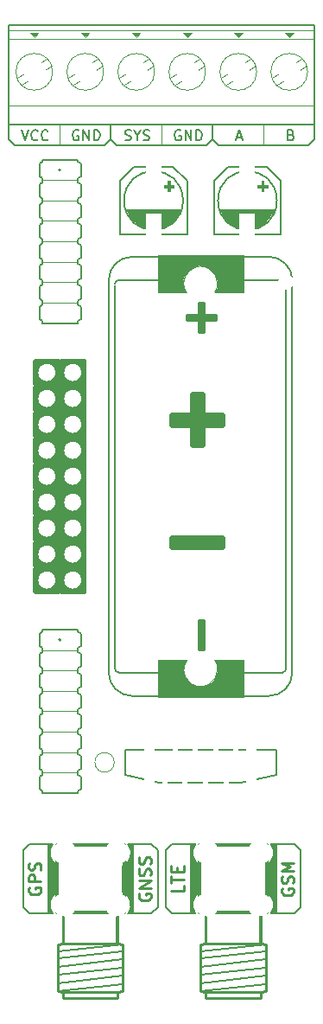
<source format=gto>
G04 #@! TF.GenerationSoftware,KiCad,Pcbnew,(5.1.9)-1*
G04 #@! TF.CreationDate,2023-01-31T21:02:21+01:00*
G04 #@! TF.ProjectId,Base,42617365-2e6b-4696-9361-645f70636258,rev?*
G04 #@! TF.SameCoordinates,PXd59f80PYd59f80*
G04 #@! TF.FileFunction,Legend,Top*
G04 #@! TF.FilePolarity,Positive*
%FSLAX46Y46*%
G04 Gerber Fmt 4.6, Leading zero omitted, Abs format (unit mm)*
G04 Created by KiCad (PCBNEW (5.1.9)-1) date 2023-01-31 21:02:21*
%MOMM*%
%LPD*%
G01*
G04 APERTURE LIST*
%ADD10C,0.500000*%
%ADD11C,0.100000*%
%ADD12C,0.150000*%
%ADD13C,0.200000*%
%ADD14C,0.400000*%
%ADD15C,0.120000*%
%ADD16C,0.250000*%
%ADD17C,0.325000*%
%ADD18C,0.300000*%
%ADD19C,0.050000*%
%ADD20C,0.220000*%
%ADD21R,1.600000X3.200000*%
%ADD22C,1.500000*%
%ADD23C,2.800000*%
%ADD24O,1.350000X1.350000*%
%ADD25C,1.350000*%
%ADD26C,1.600000*%
%ADD27C,2.300000*%
%ADD28C,2.200000*%
%ADD29C,0.350000*%
%ADD30C,1.800000*%
%ADD31R,1.000000X1.800000*%
%ADD32R,0.600000X1.800000*%
G04 APERTURE END LIST*
D10*
G36*
X22000000Y-50000000D02*
G01*
X17000000Y-50000000D01*
X17000000Y-49000000D01*
X22000000Y-49000000D01*
X22000000Y-50000000D01*
G37*
X22000000Y-50000000D02*
X17000000Y-50000000D01*
X17000000Y-49000000D01*
X22000000Y-49000000D01*
X22000000Y-50000000D01*
G36*
X20000000Y-37000000D02*
G01*
X22000000Y-37000000D01*
X22000000Y-38000000D01*
X20000000Y-38000000D01*
X20000000Y-40000000D01*
X19000000Y-40000000D01*
X19000000Y-38000000D01*
X17000000Y-38000000D01*
X17000000Y-37000000D01*
X19000000Y-37000000D01*
X19000000Y-35000000D01*
X20000000Y-35000000D01*
X20000000Y-37000000D01*
G37*
X20000000Y-37000000D02*
X22000000Y-37000000D01*
X22000000Y-38000000D01*
X20000000Y-38000000D01*
X20000000Y-40000000D01*
X19000000Y-40000000D01*
X19000000Y-38000000D01*
X17000000Y-38000000D01*
X17000000Y-37000000D01*
X19000000Y-37000000D01*
X19000000Y-35000000D01*
X20000000Y-35000000D01*
X20000000Y-37000000D01*
D11*
G36*
X26000000Y-14700000D02*
G01*
X26000000Y-15100000D01*
X25800000Y-15100000D01*
X25800000Y-14700000D01*
X25400000Y-14700000D01*
X25400000Y-14500000D01*
X25800000Y-14500000D01*
X25800000Y-14100000D01*
X26000000Y-14100000D01*
X26000000Y-14500000D01*
X26400000Y-14500000D01*
X26400000Y-14700000D01*
X26000000Y-14700000D01*
G37*
X26000000Y-14700000D02*
X26000000Y-15100000D01*
X25800000Y-15100000D01*
X25800000Y-14700000D01*
X25400000Y-14700000D01*
X25400000Y-14500000D01*
X25800000Y-14500000D01*
X25800000Y-14100000D01*
X26000000Y-14100000D01*
X26000000Y-14500000D01*
X26400000Y-14500000D01*
X26400000Y-14700000D01*
X26000000Y-14700000D01*
D12*
X26300000Y-12700000D02*
X27700000Y-14100000D01*
X22500000Y-12700000D02*
X26300000Y-12700000D01*
X21100000Y-19300000D02*
X21100000Y-14100000D01*
X27700000Y-14100000D02*
X27700000Y-19300000D01*
X21100000Y-14100000D02*
X22500000Y-12700000D01*
X27700000Y-19300000D02*
X21100000Y-19300000D01*
X27284441Y-16000000D02*
G75*
G03*
X27284441Y-16000000I-2884441J0D01*
G01*
D11*
G36*
X26600000Y-17800000D02*
G01*
X25600000Y-18600000D01*
X24400000Y-18884441D01*
X23200000Y-18600000D01*
X22200000Y-17800000D01*
X21700000Y-16900000D01*
X27100000Y-16900000D01*
X26600000Y-17800000D01*
G37*
X26600000Y-17800000D02*
X25600000Y-18600000D01*
X24400000Y-18884441D01*
X23200000Y-18600000D01*
X22200000Y-17800000D01*
X21700000Y-16900000D01*
X27100000Y-16900000D01*
X26600000Y-17800000D01*
D13*
X13100000Y-64500000D02*
X26500000Y-64500000D01*
X28800000Y-62200000D02*
X28800000Y-23800000D01*
X26500000Y-21500000D02*
X13100000Y-21500000D01*
X10800000Y-23800000D02*
X10800000Y-62200000D01*
D12*
X27800000Y-23800000D02*
X24000000Y-23800000D01*
X15600000Y-23800000D02*
X11800000Y-23800000D01*
X15600000Y-62200000D02*
X11800000Y-62200000D01*
X27800000Y-62200000D02*
X24000000Y-62200000D01*
X28200000Y-24200000D02*
X28200000Y-61800000D01*
X11400000Y-24300000D02*
X11400000Y-61800000D01*
D14*
X20000000Y-28800000D02*
X20000000Y-26100000D01*
X19700000Y-28800000D02*
X20000000Y-28800000D01*
X19700000Y-26100000D02*
X19700000Y-28800000D01*
X20000000Y-26100000D02*
X19700000Y-26100000D01*
X19700000Y-57200000D02*
X19700000Y-59900000D01*
X19700000Y-59900000D02*
X20000000Y-59900000D01*
X20000000Y-59900000D02*
X20000000Y-57200000D01*
X18500000Y-27300000D02*
X18500000Y-27600000D01*
X18500000Y-27600000D02*
X21200000Y-27600000D01*
X21200000Y-27600000D02*
X21200000Y-27300000D01*
X21200000Y-27300000D02*
X18500000Y-27300000D01*
X19700000Y-57200000D02*
X20000000Y-57200000D01*
D15*
G36*
X18400000Y-25000000D02*
G01*
X18150000Y-24550000D01*
X18100000Y-23850000D01*
X18300000Y-23350000D01*
X18650000Y-22850000D01*
X19200000Y-22500000D01*
X19800000Y-22400000D01*
X19800000Y-21350000D01*
X15600000Y-21350000D01*
X15600000Y-25000000D01*
X18400000Y-25000000D01*
G37*
X18400000Y-25000000D02*
X18150000Y-24550000D01*
X18100000Y-23850000D01*
X18300000Y-23350000D01*
X18650000Y-22850000D01*
X19200000Y-22500000D01*
X19800000Y-22400000D01*
X19800000Y-21350000D01*
X15600000Y-21350000D01*
X15600000Y-25000000D01*
X18400000Y-25000000D01*
G36*
X21200000Y-25000000D02*
G01*
X21450000Y-24550000D01*
X21500000Y-23850000D01*
X21300000Y-23350000D01*
X20950000Y-22850000D01*
X20400000Y-22500000D01*
X19800000Y-22400000D01*
X19800000Y-21350000D01*
X24000000Y-21350000D01*
X24000000Y-25000000D01*
X21200000Y-25000000D01*
G37*
X21200000Y-25000000D02*
X21450000Y-24550000D01*
X21500000Y-23850000D01*
X21300000Y-23350000D01*
X20950000Y-22850000D01*
X20400000Y-22500000D01*
X19800000Y-22400000D01*
X19800000Y-21350000D01*
X24000000Y-21350000D01*
X24000000Y-25000000D01*
X21200000Y-25000000D01*
G36*
X21200000Y-61000000D02*
G01*
X21450000Y-61450000D01*
X21500000Y-62150000D01*
X21300000Y-62650000D01*
X20950000Y-63150000D01*
X20400000Y-63500000D01*
X19800000Y-63600000D01*
X19800000Y-64650000D01*
X24000000Y-64650000D01*
X24000000Y-61000000D01*
X21200000Y-61000000D01*
G37*
X21200000Y-61000000D02*
X21450000Y-61450000D01*
X21500000Y-62150000D01*
X21300000Y-62650000D01*
X20950000Y-63150000D01*
X20400000Y-63500000D01*
X19800000Y-63600000D01*
X19800000Y-64650000D01*
X24000000Y-64650000D01*
X24000000Y-61000000D01*
X21200000Y-61000000D01*
G36*
X18400000Y-61000000D02*
G01*
X18150000Y-61450000D01*
X18100000Y-62150000D01*
X18300000Y-62650000D01*
X18650000Y-63150000D01*
X19200000Y-63500000D01*
X19800000Y-63600000D01*
X19800000Y-64650000D01*
X15600000Y-64650000D01*
X15600000Y-61000000D01*
X18400000Y-61000000D01*
G37*
X18400000Y-61000000D02*
X18150000Y-61450000D01*
X18100000Y-62150000D01*
X18300000Y-62650000D01*
X18650000Y-63150000D01*
X19200000Y-63500000D01*
X19800000Y-63600000D01*
X19800000Y-64650000D01*
X15600000Y-64650000D01*
X15600000Y-61000000D01*
X18400000Y-61000000D01*
X21199999Y-61000000D02*
G75*
G02*
X18400000Y-61000001I-1399999J-900000D01*
G01*
X18400001Y-25000000D02*
G75*
G02*
X21200000Y-24999999I1399999J900000D01*
G01*
D13*
X13100000Y-21500000D02*
G75*
G03*
X10800000Y-23800000I0J-2300000D01*
G01*
X28800000Y-23800000D02*
G75*
G03*
X26500000Y-21500000I-2300000J0D01*
G01*
X26500000Y-64500000D02*
G75*
G03*
X28800000Y-62200000I0J2300000D01*
G01*
X10800000Y-62200000D02*
G75*
G03*
X13100000Y-64500000I2300000J0D01*
G01*
D12*
X27800000Y-23800000D02*
G75*
G02*
X28200000Y-24200000I0J-400000D01*
G01*
X11400000Y-24200000D02*
G75*
G02*
X11800000Y-23800000I400000J0D01*
G01*
X11800000Y-62200000D02*
G75*
G02*
X11400000Y-61800000I0J400000D01*
G01*
X28200000Y-61800000D02*
G75*
G02*
X27800000Y-62200000I-400000J0D01*
G01*
D11*
G36*
X12800000Y-80600000D02*
G01*
X13000000Y-80200000D01*
X13000000Y-79600000D01*
X12800000Y-79000000D01*
X13200000Y-79000000D01*
X13200000Y-85800000D01*
X12800000Y-85800000D01*
X13000000Y-85200000D01*
X13000000Y-84600000D01*
X12800000Y-84200000D01*
X12200000Y-83600000D01*
X12200000Y-81200000D01*
X12800000Y-80600000D01*
G37*
X12800000Y-80600000D02*
X13000000Y-80200000D01*
X13000000Y-79600000D01*
X12800000Y-79000000D01*
X13200000Y-79000000D01*
X13200000Y-85800000D01*
X12800000Y-85800000D01*
X13000000Y-85200000D01*
X13000000Y-84600000D01*
X12800000Y-84200000D01*
X12200000Y-83600000D01*
X12200000Y-81200000D01*
X12800000Y-80600000D01*
D13*
X12700000Y-85800000D02*
X15000000Y-85800000D01*
X15000000Y-85800000D02*
X15600000Y-85200000D01*
X12700000Y-79000000D02*
X15000000Y-79000000D01*
X15600000Y-79600000D02*
X15000000Y-79000000D01*
X15600000Y-85200000D02*
X15600000Y-79600000D01*
X12200000Y-83700001D02*
X12200000Y-81100000D01*
X12200000Y-81100000D02*
G75*
G03*
X12705033Y-79013873I-544966J1236127D01*
G01*
X12194070Y-83713478D02*
G75*
G02*
X12700000Y-85800000I-544069J-1236522D01*
G01*
D11*
G36*
X19200000Y-84200000D02*
G01*
X19000000Y-84600000D01*
X19000000Y-85200000D01*
X19200000Y-85800000D01*
X18800000Y-85800000D01*
X18800000Y-79000000D01*
X19200000Y-79000000D01*
X19000000Y-79600000D01*
X19000000Y-80200000D01*
X19200000Y-80600000D01*
X19800000Y-81200000D01*
X19800000Y-83600000D01*
X19200000Y-84200000D01*
G37*
X19200000Y-84200000D02*
X19000000Y-84600000D01*
X19000000Y-85200000D01*
X19200000Y-85800000D01*
X18800000Y-85800000D01*
X18800000Y-79000000D01*
X19200000Y-79000000D01*
X19000000Y-79600000D01*
X19000000Y-80200000D01*
X19200000Y-80600000D01*
X19800000Y-81200000D01*
X19800000Y-83600000D01*
X19200000Y-84200000D01*
D13*
X19300000Y-79000000D02*
X17000000Y-79000000D01*
X17000000Y-79000000D02*
X16400000Y-79600000D01*
X19300000Y-85800000D02*
X17000000Y-85800000D01*
X16400000Y-85200000D02*
X17000000Y-85800000D01*
X16400000Y-79600000D02*
X16400000Y-85200000D01*
X19800000Y-81099999D02*
X19800000Y-83700000D01*
X19800000Y-83700000D02*
G75*
G03*
X19294967Y-85786127I544966J-1236127D01*
G01*
X19805930Y-81086522D02*
G75*
G02*
X19300000Y-79000000I544069J1236522D01*
G01*
X31000000Y-8600000D02*
X21000000Y-8600000D01*
X21000000Y-8600000D02*
X21000000Y-10000000D01*
X21600000Y-10600000D02*
X30400000Y-10600000D01*
X31000000Y-8600000D02*
X31000000Y-10000000D01*
X21000000Y-10000000D02*
X21600000Y-10600000D01*
X30400000Y-10600000D02*
X31000000Y-10000000D01*
D11*
X26000000Y-8600000D02*
X26000000Y-10600000D01*
D13*
X21000000Y-8600000D02*
X11000000Y-8600000D01*
X11000000Y-8600000D02*
X11000000Y-10000000D01*
X11600000Y-10600000D02*
X20400000Y-10600000D01*
X21000000Y-8600000D02*
X21000000Y-10000000D01*
X11000000Y-10000000D02*
X11600000Y-10600000D01*
X20400000Y-10600000D02*
X21000000Y-10000000D01*
D11*
X16000000Y-8600000D02*
X16000000Y-10600000D01*
D13*
X11000000Y-8600000D02*
X1000000Y-8600000D01*
X1000000Y-8600000D02*
X1000000Y-10000000D01*
X1600000Y-10600000D02*
X10400000Y-10600000D01*
X11000000Y-8600000D02*
X11000000Y-10000000D01*
X1000000Y-10000000D02*
X1600000Y-10600000D01*
X10400000Y-10600000D02*
X11000000Y-10000000D01*
D11*
X6000000Y-8600000D02*
X6000000Y-10600000D01*
G36*
X5200000Y-84200000D02*
G01*
X5000000Y-84600000D01*
X5000000Y-85200000D01*
X5200000Y-85800000D01*
X4800000Y-85800000D01*
X4800000Y-79000000D01*
X5200000Y-79000000D01*
X5000000Y-79600000D01*
X5000000Y-80200000D01*
X5200000Y-80600000D01*
X5800000Y-81200000D01*
X5800000Y-83600000D01*
X5200000Y-84200000D01*
G37*
X5200000Y-84200000D02*
X5000000Y-84600000D01*
X5000000Y-85200000D01*
X5200000Y-85800000D01*
X4800000Y-85800000D01*
X4800000Y-79000000D01*
X5200000Y-79000000D01*
X5000000Y-79600000D01*
X5000000Y-80200000D01*
X5200000Y-80600000D01*
X5800000Y-81200000D01*
X5800000Y-83600000D01*
X5200000Y-84200000D01*
D13*
X5300000Y-79000000D02*
X3000000Y-79000000D01*
X3000000Y-79000000D02*
X2400000Y-79600000D01*
X5300000Y-85800000D02*
X3000000Y-85800000D01*
X2400000Y-85200000D02*
X3000000Y-85800000D01*
X2400000Y-79600000D02*
X2400000Y-85200000D01*
X5800000Y-81099999D02*
X5800000Y-83700000D01*
X5800000Y-83700000D02*
G75*
G03*
X5294967Y-85786127I544966J-1236127D01*
G01*
X5805930Y-81086522D02*
G75*
G02*
X5300000Y-79000000I544069J1236522D01*
G01*
D11*
G36*
X26800000Y-80600000D02*
G01*
X27000000Y-80200000D01*
X27000000Y-79600000D01*
X26800000Y-79000000D01*
X27200000Y-79000000D01*
X27200000Y-85800000D01*
X26800000Y-85800000D01*
X27000000Y-85200000D01*
X27000000Y-84600000D01*
X26800000Y-84200000D01*
X26200000Y-83600000D01*
X26200000Y-81200000D01*
X26800000Y-80600000D01*
G37*
X26800000Y-80600000D02*
X27000000Y-80200000D01*
X27000000Y-79600000D01*
X26800000Y-79000000D01*
X27200000Y-79000000D01*
X27200000Y-85800000D01*
X26800000Y-85800000D01*
X27000000Y-85200000D01*
X27000000Y-84600000D01*
X26800000Y-84200000D01*
X26200000Y-83600000D01*
X26200000Y-81200000D01*
X26800000Y-80600000D01*
D13*
X26700000Y-85800000D02*
X29000000Y-85800000D01*
X29000000Y-85800000D02*
X29600000Y-85200000D01*
X26700000Y-79000000D02*
X29000000Y-79000000D01*
X29600000Y-79600000D02*
X29000000Y-79000000D01*
X29600000Y-85200000D02*
X29600000Y-79600000D01*
X26200000Y-83700001D02*
X26200000Y-81100000D01*
X26200000Y-81100000D02*
G75*
G03*
X26705033Y-79013873I-544966J1236127D01*
G01*
X26194070Y-83713478D02*
G75*
G02*
X26700000Y-85800000I-544069J-1236522D01*
G01*
D12*
X3460000Y-31697000D02*
X3587000Y-31570000D01*
X5873000Y-31570000D02*
X3587000Y-31570000D01*
X6000000Y-31697000D02*
X5873000Y-31570000D01*
X6000000Y-33983000D02*
X6000000Y-31697000D01*
X3460000Y-33983000D02*
X3460000Y-31697000D01*
X3587000Y-34110000D02*
X3460000Y-33983000D01*
X5873000Y-34110000D02*
X3587000Y-34110000D01*
X6000000Y-33983000D02*
X5873000Y-34110000D01*
X6000000Y-31697000D02*
X6127000Y-31570000D01*
X8413000Y-31570000D02*
X6127000Y-31570000D01*
X8540000Y-31697000D02*
X8413000Y-31570000D01*
X8540000Y-33983000D02*
X8540000Y-31697000D01*
X8413000Y-34110000D02*
X8540000Y-33983000D01*
X6127000Y-34110000D02*
X8413000Y-34110000D01*
X6000000Y-33983000D02*
X6127000Y-34110000D01*
X3460000Y-34237000D02*
X3587000Y-34110000D01*
X6000000Y-34237000D02*
X5873000Y-34110000D01*
X6000000Y-36523000D02*
X6000000Y-34237000D01*
X3460000Y-36523000D02*
X3460000Y-34237000D01*
X3587000Y-36650000D02*
X3460000Y-36523000D01*
X5873000Y-36650000D02*
X3587000Y-36650000D01*
X6000000Y-36523000D02*
X5873000Y-36650000D01*
X6000000Y-34237000D02*
X6127000Y-34110000D01*
X8540000Y-34237000D02*
X8413000Y-34110000D01*
X8540000Y-36523000D02*
X8540000Y-34237000D01*
X8413000Y-36650000D02*
X8540000Y-36523000D01*
X6127000Y-36650000D02*
X8413000Y-36650000D01*
X6000000Y-36523000D02*
X6127000Y-36650000D01*
X3460000Y-36777000D02*
X3587000Y-36650000D01*
X6000000Y-36777000D02*
X5873000Y-36650000D01*
X6000000Y-39063000D02*
X6000000Y-36777000D01*
X3460000Y-39063000D02*
X3460000Y-36777000D01*
X3587000Y-39190000D02*
X3460000Y-39063000D01*
X5873000Y-39190000D02*
X3587000Y-39190000D01*
X6000000Y-39063000D02*
X5873000Y-39190000D01*
X6000000Y-36777000D02*
X6127000Y-36650000D01*
X8540000Y-36777000D02*
X8413000Y-36650000D01*
X8540000Y-39063000D02*
X8540000Y-36777000D01*
X8413000Y-39190000D02*
X8540000Y-39063000D01*
X6127000Y-39190000D02*
X8413000Y-39190000D01*
X6000000Y-39063000D02*
X6127000Y-39190000D01*
X3460000Y-39317000D02*
X3587000Y-39190000D01*
X6000000Y-39317000D02*
X5873000Y-39190000D01*
X6000000Y-41603000D02*
X6000000Y-39317000D01*
X3460000Y-41603000D02*
X3460000Y-39317000D01*
X3587000Y-41730000D02*
X3460000Y-41603000D01*
X5873000Y-41730000D02*
X3587000Y-41730000D01*
X6000000Y-41603000D02*
X5873000Y-41730000D01*
X6000000Y-39317000D02*
X6127000Y-39190000D01*
X8540000Y-39317000D02*
X8413000Y-39190000D01*
X8540000Y-41603000D02*
X8540000Y-39317000D01*
X8413000Y-41730000D02*
X8540000Y-41603000D01*
X6127000Y-41730000D02*
X8413000Y-41730000D01*
X6000000Y-41603000D02*
X6127000Y-41730000D01*
X3460000Y-41857000D02*
X3587000Y-41730000D01*
X6000000Y-41857000D02*
X5873000Y-41730000D01*
X6000000Y-44143000D02*
X6000000Y-41857000D01*
X3460000Y-44143000D02*
X3460000Y-41857000D01*
X3587000Y-44270000D02*
X3460000Y-44143000D01*
X5873000Y-44270000D02*
X3587000Y-44270000D01*
X6000000Y-44143000D02*
X5873000Y-44270000D01*
X6000000Y-41857000D02*
X6127000Y-41730000D01*
X8540000Y-41857000D02*
X8413000Y-41730000D01*
X8540000Y-44143000D02*
X8540000Y-41857000D01*
X8413000Y-44270000D02*
X8540000Y-44143000D01*
X6127000Y-44270000D02*
X8413000Y-44270000D01*
X6000000Y-44143000D02*
X6127000Y-44270000D01*
X3460000Y-44397000D02*
X3587000Y-44270000D01*
X6000000Y-44397000D02*
X5873000Y-44270000D01*
X6000000Y-46683000D02*
X6000000Y-44397000D01*
X3460000Y-46683000D02*
X3460000Y-44397000D01*
X3587000Y-46810000D02*
X3460000Y-46683000D01*
X5873000Y-46810000D02*
X3587000Y-46810000D01*
X6000000Y-46683000D02*
X5873000Y-46810000D01*
X6000000Y-44397000D02*
X6127000Y-44270000D01*
X8540000Y-44397000D02*
X8413000Y-44270000D01*
X8540000Y-46683000D02*
X8540000Y-44397000D01*
X8413000Y-46810000D02*
X8540000Y-46683000D01*
X6127000Y-46810000D02*
X8413000Y-46810000D01*
X6000000Y-46683000D02*
X6127000Y-46810000D01*
X3460000Y-46937000D02*
X3587000Y-46810000D01*
X6000000Y-46937000D02*
X5873000Y-46810000D01*
X6000000Y-49223000D02*
X6000000Y-46937000D01*
X3460000Y-49223000D02*
X3460000Y-46937000D01*
X3587000Y-49350000D02*
X3460000Y-49223000D01*
X5873000Y-49350000D02*
X3587000Y-49350000D01*
X6000000Y-49223000D02*
X5873000Y-49350000D01*
X6000000Y-46937000D02*
X6127000Y-46810000D01*
X8540000Y-46937000D02*
X8413000Y-46810000D01*
X8540000Y-49223000D02*
X8540000Y-46937000D01*
X8413000Y-49350000D02*
X8540000Y-49223000D01*
X6127000Y-49350000D02*
X8413000Y-49350000D01*
X6000000Y-49223000D02*
X6127000Y-49350000D01*
X3460000Y-49477000D02*
X3587000Y-49350000D01*
X6000000Y-49477000D02*
X5873000Y-49350000D01*
X6000000Y-51763000D02*
X6000000Y-49477000D01*
X3460000Y-51763000D02*
X3460000Y-49477000D01*
X3587000Y-51890000D02*
X3460000Y-51763000D01*
X5873000Y-51890000D02*
X3587000Y-51890000D01*
X6000000Y-51763000D02*
X5873000Y-51890000D01*
X6000000Y-49477000D02*
X6127000Y-49350000D01*
X8540000Y-49477000D02*
X8413000Y-49350000D01*
X8540000Y-51763000D02*
X8540000Y-49477000D01*
X8413000Y-51890000D02*
X8540000Y-51763000D01*
X6127000Y-51890000D02*
X8413000Y-51890000D01*
X6000000Y-51763000D02*
X6127000Y-51890000D01*
X3460000Y-52017000D02*
X3587000Y-51890000D01*
X6000000Y-52017000D02*
X5873000Y-51890000D01*
X6000000Y-54303000D02*
X6000000Y-52017000D01*
X3460000Y-54303000D02*
X3460000Y-52017000D01*
X3587000Y-54430000D02*
X3460000Y-54303000D01*
X5873000Y-54430000D02*
X3587000Y-54430000D01*
X6000000Y-54303000D02*
X5873000Y-54430000D01*
X6000000Y-52017000D02*
X6127000Y-51890000D01*
X8540000Y-52017000D02*
X8413000Y-51890000D01*
X8540000Y-54303000D02*
X8540000Y-52017000D01*
X8413000Y-54430000D02*
X8540000Y-54303000D01*
X6127000Y-54430000D02*
X8413000Y-54430000D01*
X6000000Y-54303000D02*
X6127000Y-54430000D01*
D14*
X8317269Y-32840000D02*
G75*
G03*
X8317269Y-32840000I-1047269J0D01*
G01*
D11*
G36*
X6000000Y-32713000D02*
G01*
X6000000Y-31697000D01*
X6127000Y-31570000D01*
X7143000Y-31570000D01*
X6000000Y-32713000D01*
G37*
X6000000Y-32713000D02*
X6000000Y-31697000D01*
X6127000Y-31570000D01*
X7143000Y-31570000D01*
X6000000Y-32713000D01*
G36*
X7143000Y-34110000D02*
G01*
X6127000Y-34110000D01*
X6000000Y-33983000D01*
X6000000Y-32967000D01*
X7143000Y-34110000D01*
G37*
X7143000Y-34110000D02*
X6127000Y-34110000D01*
X6000000Y-33983000D01*
X6000000Y-32967000D01*
X7143000Y-34110000D01*
G36*
X8540000Y-32967000D02*
G01*
X8540000Y-33983000D01*
X8413000Y-34110000D01*
X7397000Y-34110000D01*
X8540000Y-32967000D01*
G37*
X8540000Y-32967000D02*
X8540000Y-33983000D01*
X8413000Y-34110000D01*
X7397000Y-34110000D01*
X8540000Y-32967000D01*
G36*
X7397000Y-31570000D02*
G01*
X8413000Y-31570000D01*
X8540000Y-31697000D01*
X8540000Y-32713000D01*
X7397000Y-31570000D01*
G37*
X7397000Y-31570000D02*
X8413000Y-31570000D01*
X8540000Y-31697000D01*
X8540000Y-32713000D01*
X7397000Y-31570000D01*
G36*
X4857000Y-31570000D02*
G01*
X5873000Y-31570000D01*
X6000000Y-31697000D01*
X6000000Y-32713000D01*
X4857000Y-31570000D01*
G37*
X4857000Y-31570000D02*
X5873000Y-31570000D01*
X6000000Y-31697000D01*
X6000000Y-32713000D01*
X4857000Y-31570000D01*
G36*
X3460000Y-32713000D02*
G01*
X3460000Y-31697000D01*
X3587000Y-31570000D01*
X4603000Y-31570000D01*
X3460000Y-32713000D01*
G37*
X3460000Y-32713000D02*
X3460000Y-31697000D01*
X3587000Y-31570000D01*
X4603000Y-31570000D01*
X3460000Y-32713000D01*
G36*
X6000000Y-32967000D02*
G01*
X6000000Y-33983000D01*
X5873000Y-34110000D01*
X4857000Y-34110000D01*
X6000000Y-32967000D01*
G37*
X6000000Y-32967000D02*
X6000000Y-33983000D01*
X5873000Y-34110000D01*
X4857000Y-34110000D01*
X6000000Y-32967000D01*
D14*
X5777269Y-32840000D02*
G75*
G03*
X5777269Y-32840000I-1047269J0D01*
G01*
D11*
G36*
X4603000Y-34110000D02*
G01*
X3587000Y-34110000D01*
X3460000Y-33983000D01*
X3460000Y-32967000D01*
X4603000Y-34110000D01*
G37*
X4603000Y-34110000D02*
X3587000Y-34110000D01*
X3460000Y-33983000D01*
X3460000Y-32967000D01*
X4603000Y-34110000D01*
G36*
X4603000Y-36650000D02*
G01*
X3587000Y-36650000D01*
X3460000Y-36523000D01*
X3460000Y-35507000D01*
X4603000Y-36650000D01*
G37*
X4603000Y-36650000D02*
X3587000Y-36650000D01*
X3460000Y-36523000D01*
X3460000Y-35507000D01*
X4603000Y-36650000D01*
G36*
X6000000Y-35507000D02*
G01*
X6000000Y-36523000D01*
X5873000Y-36650000D01*
X4857000Y-36650000D01*
X6000000Y-35507000D01*
G37*
X6000000Y-35507000D02*
X6000000Y-36523000D01*
X5873000Y-36650000D01*
X4857000Y-36650000D01*
X6000000Y-35507000D01*
D14*
X5777269Y-35380000D02*
G75*
G03*
X5777269Y-35380000I-1047269J0D01*
G01*
D11*
G36*
X8540000Y-35507000D02*
G01*
X8540000Y-36523000D01*
X8413000Y-36650000D01*
X7397000Y-36650000D01*
X8540000Y-35507000D01*
G37*
X8540000Y-35507000D02*
X8540000Y-36523000D01*
X8413000Y-36650000D01*
X7397000Y-36650000D01*
X8540000Y-35507000D01*
G36*
X4857000Y-34110000D02*
G01*
X5873000Y-34110000D01*
X6000000Y-34237000D01*
X6000000Y-35253000D01*
X4857000Y-34110000D01*
G37*
X4857000Y-34110000D02*
X5873000Y-34110000D01*
X6000000Y-34237000D01*
X6000000Y-35253000D01*
X4857000Y-34110000D01*
G36*
X7143000Y-36650000D02*
G01*
X6127000Y-36650000D01*
X6000000Y-36523000D01*
X6000000Y-35507000D01*
X7143000Y-36650000D01*
G37*
X7143000Y-36650000D02*
X6127000Y-36650000D01*
X6000000Y-36523000D01*
X6000000Y-35507000D01*
X7143000Y-36650000D01*
G36*
X3460000Y-35253000D02*
G01*
X3460000Y-34237000D01*
X3587000Y-34110000D01*
X4603000Y-34110000D01*
X3460000Y-35253000D01*
G37*
X3460000Y-35253000D02*
X3460000Y-34237000D01*
X3587000Y-34110000D01*
X4603000Y-34110000D01*
X3460000Y-35253000D01*
D14*
X8317269Y-35380000D02*
G75*
G03*
X8317269Y-35380000I-1047269J0D01*
G01*
D11*
G36*
X7397000Y-34110000D02*
G01*
X8413000Y-34110000D01*
X8540000Y-34237000D01*
X8540000Y-35253000D01*
X7397000Y-34110000D01*
G37*
X7397000Y-34110000D02*
X8413000Y-34110000D01*
X8540000Y-34237000D01*
X8540000Y-35253000D01*
X7397000Y-34110000D01*
G36*
X6000000Y-35253000D02*
G01*
X6000000Y-34237000D01*
X6127000Y-34110000D01*
X7143000Y-34110000D01*
X6000000Y-35253000D01*
G37*
X6000000Y-35253000D02*
X6000000Y-34237000D01*
X6127000Y-34110000D01*
X7143000Y-34110000D01*
X6000000Y-35253000D01*
G36*
X4603000Y-39190000D02*
G01*
X3587000Y-39190000D01*
X3460000Y-39063000D01*
X3460000Y-38047000D01*
X4603000Y-39190000D01*
G37*
X4603000Y-39190000D02*
X3587000Y-39190000D01*
X3460000Y-39063000D01*
X3460000Y-38047000D01*
X4603000Y-39190000D01*
G36*
X6000000Y-38047000D02*
G01*
X6000000Y-39063000D01*
X5873000Y-39190000D01*
X4857000Y-39190000D01*
X6000000Y-38047000D01*
G37*
X6000000Y-38047000D02*
X6000000Y-39063000D01*
X5873000Y-39190000D01*
X4857000Y-39190000D01*
X6000000Y-38047000D01*
D14*
X5777269Y-37920000D02*
G75*
G03*
X5777269Y-37920000I-1047269J0D01*
G01*
D11*
G36*
X8540000Y-38047000D02*
G01*
X8540000Y-39063000D01*
X8413000Y-39190000D01*
X7397000Y-39190000D01*
X8540000Y-38047000D01*
G37*
X8540000Y-38047000D02*
X8540000Y-39063000D01*
X8413000Y-39190000D01*
X7397000Y-39190000D01*
X8540000Y-38047000D01*
G36*
X4857000Y-36650000D02*
G01*
X5873000Y-36650000D01*
X6000000Y-36777000D01*
X6000000Y-37793000D01*
X4857000Y-36650000D01*
G37*
X4857000Y-36650000D02*
X5873000Y-36650000D01*
X6000000Y-36777000D01*
X6000000Y-37793000D01*
X4857000Y-36650000D01*
G36*
X7143000Y-39190000D02*
G01*
X6127000Y-39190000D01*
X6000000Y-39063000D01*
X6000000Y-38047000D01*
X7143000Y-39190000D01*
G37*
X7143000Y-39190000D02*
X6127000Y-39190000D01*
X6000000Y-39063000D01*
X6000000Y-38047000D01*
X7143000Y-39190000D01*
G36*
X3460000Y-37793000D02*
G01*
X3460000Y-36777000D01*
X3587000Y-36650000D01*
X4603000Y-36650000D01*
X3460000Y-37793000D01*
G37*
X3460000Y-37793000D02*
X3460000Y-36777000D01*
X3587000Y-36650000D01*
X4603000Y-36650000D01*
X3460000Y-37793000D01*
D14*
X8317269Y-37920000D02*
G75*
G03*
X8317269Y-37920000I-1047269J0D01*
G01*
D11*
G36*
X7397000Y-36650000D02*
G01*
X8413000Y-36650000D01*
X8540000Y-36777000D01*
X8540000Y-37793000D01*
X7397000Y-36650000D01*
G37*
X7397000Y-36650000D02*
X8413000Y-36650000D01*
X8540000Y-36777000D01*
X8540000Y-37793000D01*
X7397000Y-36650000D01*
G36*
X6000000Y-37793000D02*
G01*
X6000000Y-36777000D01*
X6127000Y-36650000D01*
X7143000Y-36650000D01*
X6000000Y-37793000D01*
G37*
X6000000Y-37793000D02*
X6000000Y-36777000D01*
X6127000Y-36650000D01*
X7143000Y-36650000D01*
X6000000Y-37793000D01*
G36*
X6000000Y-40587000D02*
G01*
X6000000Y-41603000D01*
X5873000Y-41730000D01*
X4857000Y-41730000D01*
X6000000Y-40587000D01*
G37*
X6000000Y-40587000D02*
X6000000Y-41603000D01*
X5873000Y-41730000D01*
X4857000Y-41730000D01*
X6000000Y-40587000D01*
G36*
X4603000Y-41730000D02*
G01*
X3587000Y-41730000D01*
X3460000Y-41603000D01*
X3460000Y-40587000D01*
X4603000Y-41730000D01*
G37*
X4603000Y-41730000D02*
X3587000Y-41730000D01*
X3460000Y-41603000D01*
X3460000Y-40587000D01*
X4603000Y-41730000D01*
G36*
X4857000Y-39190000D02*
G01*
X5873000Y-39190000D01*
X6000000Y-39317000D01*
X6000000Y-40333000D01*
X4857000Y-39190000D01*
G37*
X4857000Y-39190000D02*
X5873000Y-39190000D01*
X6000000Y-39317000D01*
X6000000Y-40333000D01*
X4857000Y-39190000D01*
G36*
X7143000Y-41730000D02*
G01*
X6127000Y-41730000D01*
X6000000Y-41603000D01*
X6000000Y-40587000D01*
X7143000Y-41730000D01*
G37*
X7143000Y-41730000D02*
X6127000Y-41730000D01*
X6000000Y-41603000D01*
X6000000Y-40587000D01*
X7143000Y-41730000D01*
G36*
X7397000Y-39190000D02*
G01*
X8413000Y-39190000D01*
X8540000Y-39317000D01*
X8540000Y-40333000D01*
X7397000Y-39190000D01*
G37*
X7397000Y-39190000D02*
X8413000Y-39190000D01*
X8540000Y-39317000D01*
X8540000Y-40333000D01*
X7397000Y-39190000D01*
D14*
X8317269Y-40460000D02*
G75*
G03*
X8317269Y-40460000I-1047269J0D01*
G01*
D11*
G36*
X3460000Y-40333000D02*
G01*
X3460000Y-39317000D01*
X3587000Y-39190000D01*
X4603000Y-39190000D01*
X3460000Y-40333000D01*
G37*
X3460000Y-40333000D02*
X3460000Y-39317000D01*
X3587000Y-39190000D01*
X4603000Y-39190000D01*
X3460000Y-40333000D01*
G36*
X8540000Y-40587000D02*
G01*
X8540000Y-41603000D01*
X8413000Y-41730000D01*
X7397000Y-41730000D01*
X8540000Y-40587000D01*
G37*
X8540000Y-40587000D02*
X8540000Y-41603000D01*
X8413000Y-41730000D01*
X7397000Y-41730000D01*
X8540000Y-40587000D01*
D14*
X5777269Y-40460000D02*
G75*
G03*
X5777269Y-40460000I-1047269J0D01*
G01*
D11*
G36*
X6000000Y-40333000D02*
G01*
X6000000Y-39317000D01*
X6127000Y-39190000D01*
X7143000Y-39190000D01*
X6000000Y-40333000D01*
G37*
X6000000Y-40333000D02*
X6000000Y-39317000D01*
X6127000Y-39190000D01*
X7143000Y-39190000D01*
X6000000Y-40333000D01*
G36*
X4857000Y-49350000D02*
G01*
X5873000Y-49350000D01*
X6000000Y-49477000D01*
X6000000Y-50493000D01*
X4857000Y-49350000D01*
G37*
X4857000Y-49350000D02*
X5873000Y-49350000D01*
X6000000Y-49477000D01*
X6000000Y-50493000D01*
X4857000Y-49350000D01*
G36*
X7143000Y-51890000D02*
G01*
X6127000Y-51890000D01*
X6000000Y-51763000D01*
X6000000Y-50747000D01*
X7143000Y-51890000D01*
G37*
X7143000Y-51890000D02*
X6127000Y-51890000D01*
X6000000Y-51763000D01*
X6000000Y-50747000D01*
X7143000Y-51890000D01*
G36*
X7397000Y-46810000D02*
G01*
X8413000Y-46810000D01*
X8540000Y-46937000D01*
X8540000Y-47953000D01*
X7397000Y-46810000D01*
G37*
X7397000Y-46810000D02*
X8413000Y-46810000D01*
X8540000Y-46937000D01*
X8540000Y-47953000D01*
X7397000Y-46810000D01*
D14*
X8317269Y-48080000D02*
G75*
G03*
X8317269Y-48080000I-1047269J0D01*
G01*
X5777269Y-50620000D02*
G75*
G03*
X5777269Y-50620000I-1047269J0D01*
G01*
D11*
G36*
X4603000Y-51890000D02*
G01*
X3587000Y-51890000D01*
X3460000Y-51763000D01*
X3460000Y-50747000D01*
X4603000Y-51890000D01*
G37*
X4603000Y-51890000D02*
X3587000Y-51890000D01*
X3460000Y-51763000D01*
X3460000Y-50747000D01*
X4603000Y-51890000D01*
G36*
X6000000Y-50493000D02*
G01*
X6000000Y-49477000D01*
X6127000Y-49350000D01*
X7143000Y-49350000D01*
X6000000Y-50493000D01*
G37*
X6000000Y-50493000D02*
X6000000Y-49477000D01*
X6127000Y-49350000D01*
X7143000Y-49350000D01*
X6000000Y-50493000D01*
G36*
X7397000Y-49350000D02*
G01*
X8413000Y-49350000D01*
X8540000Y-49477000D01*
X8540000Y-50493000D01*
X7397000Y-49350000D01*
G37*
X7397000Y-49350000D02*
X8413000Y-49350000D01*
X8540000Y-49477000D01*
X8540000Y-50493000D01*
X7397000Y-49350000D01*
G36*
X8540000Y-50747000D02*
G01*
X8540000Y-51763000D01*
X8413000Y-51890000D01*
X7397000Y-51890000D01*
X8540000Y-50747000D01*
G37*
X8540000Y-50747000D02*
X8540000Y-51763000D01*
X8413000Y-51890000D01*
X7397000Y-51890000D01*
X8540000Y-50747000D01*
G36*
X6000000Y-50747000D02*
G01*
X6000000Y-51763000D01*
X5873000Y-51890000D01*
X4857000Y-51890000D01*
X6000000Y-50747000D01*
G37*
X6000000Y-50747000D02*
X6000000Y-51763000D01*
X5873000Y-51890000D01*
X4857000Y-51890000D01*
X6000000Y-50747000D01*
G36*
X3460000Y-50493000D02*
G01*
X3460000Y-49477000D01*
X3587000Y-49350000D01*
X4603000Y-49350000D01*
X3460000Y-50493000D01*
G37*
X3460000Y-50493000D02*
X3460000Y-49477000D01*
X3587000Y-49350000D01*
X4603000Y-49350000D01*
X3460000Y-50493000D01*
D14*
X8317269Y-50620000D02*
G75*
G03*
X8317269Y-50620000I-1047269J0D01*
G01*
D11*
G36*
X6000000Y-47953000D02*
G01*
X6000000Y-46937000D01*
X6127000Y-46810000D01*
X7143000Y-46810000D01*
X6000000Y-47953000D01*
G37*
X6000000Y-47953000D02*
X6000000Y-46937000D01*
X6127000Y-46810000D01*
X7143000Y-46810000D01*
X6000000Y-47953000D01*
G36*
X3460000Y-47953000D02*
G01*
X3460000Y-46937000D01*
X3587000Y-46810000D01*
X4603000Y-46810000D01*
X3460000Y-47953000D01*
G37*
X3460000Y-47953000D02*
X3460000Y-46937000D01*
X3587000Y-46810000D01*
X4603000Y-46810000D01*
X3460000Y-47953000D01*
G36*
X7143000Y-49350000D02*
G01*
X6127000Y-49350000D01*
X6000000Y-49223000D01*
X6000000Y-48207000D01*
X7143000Y-49350000D01*
G37*
X7143000Y-49350000D02*
X6127000Y-49350000D01*
X6000000Y-49223000D01*
X6000000Y-48207000D01*
X7143000Y-49350000D01*
G36*
X4603000Y-44270000D02*
G01*
X3587000Y-44270000D01*
X3460000Y-44143000D01*
X3460000Y-43127000D01*
X4603000Y-44270000D01*
G37*
X4603000Y-44270000D02*
X3587000Y-44270000D01*
X3460000Y-44143000D01*
X3460000Y-43127000D01*
X4603000Y-44270000D01*
G36*
X6000000Y-43127000D02*
G01*
X6000000Y-44143000D01*
X5873000Y-44270000D01*
X4857000Y-44270000D01*
X6000000Y-43127000D01*
G37*
X6000000Y-43127000D02*
X6000000Y-44143000D01*
X5873000Y-44270000D01*
X4857000Y-44270000D01*
X6000000Y-43127000D01*
D14*
X5777269Y-43000000D02*
G75*
G03*
X5777269Y-43000000I-1047269J0D01*
G01*
D11*
G36*
X8540000Y-43127000D02*
G01*
X8540000Y-44143000D01*
X8413000Y-44270000D01*
X7397000Y-44270000D01*
X8540000Y-43127000D01*
G37*
X8540000Y-43127000D02*
X8540000Y-44143000D01*
X8413000Y-44270000D01*
X7397000Y-44270000D01*
X8540000Y-43127000D01*
D14*
X5777269Y-48080000D02*
G75*
G03*
X5777269Y-48080000I-1047269J0D01*
G01*
D11*
G36*
X4857000Y-46810000D02*
G01*
X5873000Y-46810000D01*
X6000000Y-46937000D01*
X6000000Y-47953000D01*
X4857000Y-46810000D01*
G37*
X4857000Y-46810000D02*
X5873000Y-46810000D01*
X6000000Y-46937000D01*
X6000000Y-47953000D01*
X4857000Y-46810000D01*
G36*
X8540000Y-48207000D02*
G01*
X8540000Y-49223000D01*
X8413000Y-49350000D01*
X7397000Y-49350000D01*
X8540000Y-48207000D01*
G37*
X8540000Y-48207000D02*
X8540000Y-49223000D01*
X8413000Y-49350000D01*
X7397000Y-49350000D01*
X8540000Y-48207000D01*
G36*
X4857000Y-41730000D02*
G01*
X5873000Y-41730000D01*
X6000000Y-41857000D01*
X6000000Y-42873000D01*
X4857000Y-41730000D01*
G37*
X4857000Y-41730000D02*
X5873000Y-41730000D01*
X6000000Y-41857000D01*
X6000000Y-42873000D01*
X4857000Y-41730000D01*
G36*
X6000000Y-48207000D02*
G01*
X6000000Y-49223000D01*
X5873000Y-49350000D01*
X4857000Y-49350000D01*
X6000000Y-48207000D01*
G37*
X6000000Y-48207000D02*
X6000000Y-49223000D01*
X5873000Y-49350000D01*
X4857000Y-49350000D01*
X6000000Y-48207000D01*
G36*
X4603000Y-49350000D02*
G01*
X3587000Y-49350000D01*
X3460000Y-49223000D01*
X3460000Y-48207000D01*
X4603000Y-49350000D01*
G37*
X4603000Y-49350000D02*
X3587000Y-49350000D01*
X3460000Y-49223000D01*
X3460000Y-48207000D01*
X4603000Y-49350000D01*
G36*
X7143000Y-44270000D02*
G01*
X6127000Y-44270000D01*
X6000000Y-44143000D01*
X6000000Y-43127000D01*
X7143000Y-44270000D01*
G37*
X7143000Y-44270000D02*
X6127000Y-44270000D01*
X6000000Y-44143000D01*
X6000000Y-43127000D01*
X7143000Y-44270000D01*
G36*
X3460000Y-42873000D02*
G01*
X3460000Y-41857000D01*
X3587000Y-41730000D01*
X4603000Y-41730000D01*
X3460000Y-42873000D01*
G37*
X3460000Y-42873000D02*
X3460000Y-41857000D01*
X3587000Y-41730000D01*
X4603000Y-41730000D01*
X3460000Y-42873000D01*
D14*
X8317269Y-43000000D02*
G75*
G03*
X8317269Y-43000000I-1047269J0D01*
G01*
D11*
G36*
X7397000Y-41730000D02*
G01*
X8413000Y-41730000D01*
X8540000Y-41857000D01*
X8540000Y-42873000D01*
X7397000Y-41730000D01*
G37*
X7397000Y-41730000D02*
X8413000Y-41730000D01*
X8540000Y-41857000D01*
X8540000Y-42873000D01*
X7397000Y-41730000D01*
G36*
X6000000Y-42873000D02*
G01*
X6000000Y-41857000D01*
X6127000Y-41730000D01*
X7143000Y-41730000D01*
X6000000Y-42873000D01*
G37*
X6000000Y-42873000D02*
X6000000Y-41857000D01*
X6127000Y-41730000D01*
X7143000Y-41730000D01*
X6000000Y-42873000D01*
G36*
X6000000Y-45667000D02*
G01*
X6000000Y-46683000D01*
X5873000Y-46810000D01*
X4857000Y-46810000D01*
X6000000Y-45667000D01*
G37*
X6000000Y-45667000D02*
X6000000Y-46683000D01*
X5873000Y-46810000D01*
X4857000Y-46810000D01*
X6000000Y-45667000D01*
G36*
X4603000Y-46810000D02*
G01*
X3587000Y-46810000D01*
X3460000Y-46683000D01*
X3460000Y-45667000D01*
X4603000Y-46810000D01*
G37*
X4603000Y-46810000D02*
X3587000Y-46810000D01*
X3460000Y-46683000D01*
X3460000Y-45667000D01*
X4603000Y-46810000D01*
G36*
X4857000Y-44270000D02*
G01*
X5873000Y-44270000D01*
X6000000Y-44397000D01*
X6000000Y-45413000D01*
X4857000Y-44270000D01*
G37*
X4857000Y-44270000D02*
X5873000Y-44270000D01*
X6000000Y-44397000D01*
X6000000Y-45413000D01*
X4857000Y-44270000D01*
G36*
X7143000Y-46810000D02*
G01*
X6127000Y-46810000D01*
X6000000Y-46683000D01*
X6000000Y-45667000D01*
X7143000Y-46810000D01*
G37*
X7143000Y-46810000D02*
X6127000Y-46810000D01*
X6000000Y-46683000D01*
X6000000Y-45667000D01*
X7143000Y-46810000D01*
G36*
X7397000Y-44270000D02*
G01*
X8413000Y-44270000D01*
X8540000Y-44397000D01*
X8540000Y-45413000D01*
X7397000Y-44270000D01*
G37*
X7397000Y-44270000D02*
X8413000Y-44270000D01*
X8540000Y-44397000D01*
X8540000Y-45413000D01*
X7397000Y-44270000D01*
D14*
X8317269Y-45540000D02*
G75*
G03*
X8317269Y-45540000I-1047269J0D01*
G01*
D11*
G36*
X3460000Y-45413000D02*
G01*
X3460000Y-44397000D01*
X3587000Y-44270000D01*
X4603000Y-44270000D01*
X3460000Y-45413000D01*
G37*
X3460000Y-45413000D02*
X3460000Y-44397000D01*
X3587000Y-44270000D01*
X4603000Y-44270000D01*
X3460000Y-45413000D01*
G36*
X8540000Y-45667000D02*
G01*
X8540000Y-46683000D01*
X8413000Y-46810000D01*
X7397000Y-46810000D01*
X8540000Y-45667000D01*
G37*
X8540000Y-45667000D02*
X8540000Y-46683000D01*
X8413000Y-46810000D01*
X7397000Y-46810000D01*
X8540000Y-45667000D01*
D14*
X5777269Y-45540000D02*
G75*
G03*
X5777269Y-45540000I-1047269J0D01*
G01*
D11*
G36*
X6000000Y-45413000D02*
G01*
X6000000Y-44397000D01*
X6127000Y-44270000D01*
X7143000Y-44270000D01*
X6000000Y-45413000D01*
G37*
X6000000Y-45413000D02*
X6000000Y-44397000D01*
X6127000Y-44270000D01*
X7143000Y-44270000D01*
X6000000Y-45413000D01*
G36*
X4603000Y-54430000D02*
G01*
X3587000Y-54430000D01*
X3460000Y-54303000D01*
X3460000Y-53287000D01*
X4603000Y-54430000D01*
G37*
X4603000Y-54430000D02*
X3587000Y-54430000D01*
X3460000Y-54303000D01*
X3460000Y-53287000D01*
X4603000Y-54430000D01*
G36*
X6000000Y-53287000D02*
G01*
X6000000Y-54303000D01*
X5873000Y-54430000D01*
X4857000Y-54430000D01*
X6000000Y-53287000D01*
G37*
X6000000Y-53287000D02*
X6000000Y-54303000D01*
X5873000Y-54430000D01*
X4857000Y-54430000D01*
X6000000Y-53287000D01*
D14*
X5777269Y-53160000D02*
G75*
G03*
X5777269Y-53160000I-1047269J0D01*
G01*
D11*
G36*
X8540000Y-53287000D02*
G01*
X8540000Y-54303000D01*
X8413000Y-54430000D01*
X7397000Y-54430000D01*
X8540000Y-53287000D01*
G37*
X8540000Y-53287000D02*
X8540000Y-54303000D01*
X8413000Y-54430000D01*
X7397000Y-54430000D01*
X8540000Y-53287000D01*
G36*
X4857000Y-51890000D02*
G01*
X5873000Y-51890000D01*
X6000000Y-52017000D01*
X6000000Y-53033000D01*
X4857000Y-51890000D01*
G37*
X4857000Y-51890000D02*
X5873000Y-51890000D01*
X6000000Y-52017000D01*
X6000000Y-53033000D01*
X4857000Y-51890000D01*
G36*
X7143000Y-54430000D02*
G01*
X6127000Y-54430000D01*
X6000000Y-54303000D01*
X6000000Y-53287000D01*
X7143000Y-54430000D01*
G37*
X7143000Y-54430000D02*
X6127000Y-54430000D01*
X6000000Y-54303000D01*
X6000000Y-53287000D01*
X7143000Y-54430000D01*
G36*
X3460000Y-53033000D02*
G01*
X3460000Y-52017000D01*
X3587000Y-51890000D01*
X4603000Y-51890000D01*
X3460000Y-53033000D01*
G37*
X3460000Y-53033000D02*
X3460000Y-52017000D01*
X3587000Y-51890000D01*
X4603000Y-51890000D01*
X3460000Y-53033000D01*
D14*
X8317269Y-53160000D02*
G75*
G03*
X8317269Y-53160000I-1047269J0D01*
G01*
D11*
G36*
X7397000Y-51890000D02*
G01*
X8413000Y-51890000D01*
X8540000Y-52017000D01*
X8540000Y-53033000D01*
X7397000Y-51890000D01*
G37*
X7397000Y-51890000D02*
X8413000Y-51890000D01*
X8540000Y-52017000D01*
X8540000Y-53033000D01*
X7397000Y-51890000D01*
G36*
X6000000Y-53033000D02*
G01*
X6000000Y-52017000D01*
X6127000Y-51890000D01*
X7143000Y-51890000D01*
X6000000Y-53033000D01*
G37*
X6000000Y-53033000D02*
X6000000Y-52017000D01*
X6127000Y-51890000D01*
X7143000Y-51890000D01*
X6000000Y-53033000D01*
X4300000Y-60000000D02*
X7800000Y-60000000D01*
D12*
X4300000Y-58000000D02*
X7800000Y-58000000D01*
X6100000Y-59000000D02*
G75*
G03*
X6100000Y-59000000I-100000J0D01*
G01*
X4300000Y-59800000D02*
X4000000Y-59600000D01*
X4000000Y-59600000D02*
X4000000Y-58400000D01*
X4000000Y-58400000D02*
X4300000Y-58200000D01*
X4300000Y-59800000D02*
X4300000Y-60200000D01*
X4000000Y-62400000D02*
X4300000Y-62200000D01*
X4300000Y-61800000D02*
X4300000Y-62200000D01*
X4300000Y-61800000D02*
X4000000Y-61600000D01*
X4000000Y-61600000D02*
X4000000Y-60400000D01*
X4000000Y-60400000D02*
X4300000Y-60200000D01*
X4300000Y-58000000D02*
X4300000Y-58200000D01*
X4000000Y-63600000D02*
X4000000Y-62400000D01*
X4300000Y-63800000D02*
X4000000Y-63600000D01*
X4300000Y-63800000D02*
X4300000Y-64200000D01*
X4000000Y-66400000D02*
X4300000Y-66200000D01*
X4300000Y-65800000D02*
X4300000Y-66200000D01*
X4300000Y-65800000D02*
X4000000Y-65600000D01*
X4000000Y-65600000D02*
X4000000Y-64400000D01*
X4000000Y-64400000D02*
X4300000Y-64200000D01*
X4000000Y-67600000D02*
X4000000Y-66400000D01*
X4300000Y-67800000D02*
X4000000Y-67600000D01*
X4300000Y-67800000D02*
X4300000Y-68200000D01*
X4000000Y-70400000D02*
X4300000Y-70200000D01*
X4300000Y-69800000D02*
X4300000Y-70200000D01*
X4300000Y-69800000D02*
X4000000Y-69600000D01*
X4000000Y-69600000D02*
X4000000Y-68400000D01*
X4000000Y-68400000D02*
X4300000Y-68200000D01*
X4000000Y-71600000D02*
X4000000Y-70400000D01*
X4300000Y-71800000D02*
X4000000Y-71600000D01*
X4300000Y-71800000D02*
X4300000Y-72200000D01*
X4300000Y-73800000D02*
X4000000Y-73600000D01*
X4000000Y-73600000D02*
X4000000Y-72400000D01*
X4000000Y-72400000D02*
X4300000Y-72200000D01*
X4300000Y-73800000D02*
X4300000Y-74000000D01*
X4300000Y-74000000D02*
X7800000Y-74000000D01*
X8100000Y-73600000D02*
X7800000Y-73800000D01*
X8100000Y-72400000D02*
X8100000Y-73600000D01*
X7800000Y-72200000D02*
X8100000Y-72400000D01*
X7800000Y-72200000D02*
X7800000Y-71800000D01*
X8100000Y-69600000D02*
X7800000Y-69800000D01*
X7800000Y-70200000D02*
X7800000Y-69800000D01*
X7800000Y-70200000D02*
X8100000Y-70400000D01*
X8100000Y-70400000D02*
X8100000Y-71600000D01*
X8100000Y-71600000D02*
X7800000Y-71800000D01*
X7800000Y-74000000D02*
X7800000Y-73800000D01*
X8100000Y-66400000D02*
X8100000Y-67600000D01*
X8100000Y-65600000D02*
X7800000Y-65800000D01*
X7800000Y-68200000D02*
X8100000Y-68400000D01*
X7800000Y-66200000D02*
X7800000Y-65800000D01*
X8100000Y-68400000D02*
X8100000Y-69600000D01*
X7800000Y-66200000D02*
X8100000Y-66400000D01*
X8100000Y-67600000D02*
X7800000Y-67800000D01*
X7800000Y-68200000D02*
X7800000Y-67800000D01*
X7800000Y-64200000D02*
X8100000Y-64400000D01*
X7800000Y-62200000D02*
X7800000Y-61800000D01*
X8100000Y-63600000D02*
X7800000Y-63800000D01*
X7800000Y-64200000D02*
X7800000Y-63800000D01*
X8100000Y-61600000D02*
X7800000Y-61800000D01*
X8100000Y-62400000D02*
X8100000Y-63600000D01*
X7800000Y-62200000D02*
X8100000Y-62400000D01*
X8100000Y-64400000D02*
X8100000Y-65600000D01*
X8100000Y-58400000D02*
X8100000Y-59600000D01*
X7800000Y-60200000D02*
X8100000Y-60400000D01*
X8100000Y-59600000D02*
X7800000Y-59800000D01*
X8100000Y-60400000D02*
X8100000Y-61600000D01*
X7800000Y-60200000D02*
X7800000Y-59800000D01*
X7800000Y-58200000D02*
X8100000Y-58400000D01*
X7800000Y-58200000D02*
X7800000Y-58000000D01*
D15*
X6100000Y-59000000D02*
X5900000Y-59000000D01*
D11*
X4300000Y-62000000D02*
X7800000Y-62000000D01*
X4300000Y-64000000D02*
X7800000Y-64000000D01*
X4300000Y-66000000D02*
X7800000Y-66000000D01*
X4300000Y-68000000D02*
X7800000Y-68000000D01*
X4300000Y-70000000D02*
X7800000Y-70000000D01*
X4300000Y-72000000D02*
X7800000Y-72000000D01*
X4300000Y-14000000D02*
X7800000Y-14000000D01*
D12*
X4300000Y-12000000D02*
X7800000Y-12000000D01*
X6100000Y-13000000D02*
G75*
G03*
X6100000Y-13000000I-100000J0D01*
G01*
X4300000Y-13800000D02*
X4000000Y-13600000D01*
X4000000Y-13600000D02*
X4000000Y-12400000D01*
X4000000Y-12400000D02*
X4300000Y-12200000D01*
X4300000Y-13800000D02*
X4300000Y-14200000D01*
X4000000Y-16400000D02*
X4300000Y-16200000D01*
X4300000Y-15800000D02*
X4300000Y-16200000D01*
X4300000Y-15800000D02*
X4000000Y-15600000D01*
X4000000Y-15600000D02*
X4000000Y-14400000D01*
X4000000Y-14400000D02*
X4300000Y-14200000D01*
X4300000Y-12000000D02*
X4300000Y-12200000D01*
X4000000Y-17600000D02*
X4000000Y-16400000D01*
X4300000Y-17800000D02*
X4000000Y-17600000D01*
X4300000Y-17800000D02*
X4300000Y-18200000D01*
X4000000Y-20400000D02*
X4300000Y-20200000D01*
X4300000Y-19800000D02*
X4300000Y-20200000D01*
X4300000Y-19800000D02*
X4000000Y-19600000D01*
X4000000Y-19600000D02*
X4000000Y-18400000D01*
X4000000Y-18400000D02*
X4300000Y-18200000D01*
X4000000Y-21600000D02*
X4000000Y-20400000D01*
X4300000Y-21800000D02*
X4000000Y-21600000D01*
X4300000Y-21800000D02*
X4300000Y-22200000D01*
X4000000Y-24400000D02*
X4300000Y-24200000D01*
X4300000Y-23800000D02*
X4300000Y-24200000D01*
X4300000Y-23800000D02*
X4000000Y-23600000D01*
X4000000Y-23600000D02*
X4000000Y-22400000D01*
X4000000Y-22400000D02*
X4300000Y-22200000D01*
X4000000Y-25600000D02*
X4000000Y-24400000D01*
X4300000Y-25800000D02*
X4000000Y-25600000D01*
X4300000Y-25800000D02*
X4300000Y-26200000D01*
X4300000Y-27800000D02*
X4000000Y-27600000D01*
X4000000Y-27600000D02*
X4000000Y-26400000D01*
X4000000Y-26400000D02*
X4300000Y-26200000D01*
X4300000Y-27800000D02*
X4300000Y-28000000D01*
X4300000Y-28000000D02*
X7800000Y-28000000D01*
X8100000Y-27600000D02*
X7800000Y-27800000D01*
X8100000Y-26400000D02*
X8100000Y-27600000D01*
X7800000Y-26200000D02*
X8100000Y-26400000D01*
X7800000Y-26200000D02*
X7800000Y-25800000D01*
X8100000Y-23600000D02*
X7800000Y-23800000D01*
X7800000Y-24200000D02*
X7800000Y-23800000D01*
X7800000Y-24200000D02*
X8100000Y-24400000D01*
X8100000Y-24400000D02*
X8100000Y-25600000D01*
X8100000Y-25600000D02*
X7800000Y-25800000D01*
X7800000Y-28000000D02*
X7800000Y-27800000D01*
X8100000Y-20400000D02*
X8100000Y-21600000D01*
X8100000Y-19600000D02*
X7800000Y-19800000D01*
X7800000Y-22200000D02*
X8100000Y-22400000D01*
X7800000Y-20200000D02*
X7800000Y-19800000D01*
X8100000Y-22400000D02*
X8100000Y-23600000D01*
X7800000Y-20200000D02*
X8100000Y-20400000D01*
X8100000Y-21600000D02*
X7800000Y-21800000D01*
X7800000Y-22200000D02*
X7800000Y-21800000D01*
X7800000Y-18200000D02*
X8100000Y-18400000D01*
X7800000Y-16200000D02*
X7800000Y-15800000D01*
X8100000Y-17600000D02*
X7800000Y-17800000D01*
X7800000Y-18200000D02*
X7800000Y-17800000D01*
X8100000Y-15600000D02*
X7800000Y-15800000D01*
X8100000Y-16400000D02*
X8100000Y-17600000D01*
X7800000Y-16200000D02*
X8100000Y-16400000D01*
X8100000Y-18400000D02*
X8100000Y-19600000D01*
X8100000Y-12400000D02*
X8100000Y-13600000D01*
X7800000Y-14200000D02*
X8100000Y-14400000D01*
X8100000Y-13600000D02*
X7800000Y-13800000D01*
X8100000Y-14400000D02*
X8100000Y-15600000D01*
X7800000Y-14200000D02*
X7800000Y-13800000D01*
X7800000Y-12200000D02*
X8100000Y-12400000D01*
X7800000Y-12200000D02*
X7800000Y-12000000D01*
D15*
X6100000Y-13000000D02*
X5900000Y-13000000D01*
D11*
X4300000Y-16000000D02*
X7800000Y-16000000D01*
X4300000Y-18000000D02*
X7800000Y-18000000D01*
X4300000Y-20000000D02*
X7800000Y-20000000D01*
X4300000Y-22000000D02*
X7800000Y-22000000D01*
X4300000Y-24000000D02*
X7800000Y-24000000D01*
X4300000Y-26000000D02*
X7800000Y-26000000D01*
D16*
X11700000Y-94100000D02*
X11700000Y-93500000D01*
X6300000Y-94100000D02*
X6300000Y-93500000D01*
X6300000Y-88700000D02*
X6300000Y-85700000D01*
D17*
X11700000Y-85700000D02*
X11700000Y-88700000D01*
D16*
X5800000Y-93400000D02*
X6300000Y-93500000D01*
X6300000Y-93500000D02*
X11700000Y-93500000D01*
X11700000Y-93500000D02*
X12200000Y-93400000D01*
X6300000Y-88700000D02*
X11700000Y-88700000D01*
X11700000Y-88700000D02*
X12200000Y-88800000D01*
X5800000Y-88800000D02*
X6300000Y-88700000D01*
D12*
X5800000Y-89500000D02*
X12200000Y-88800000D01*
X5800000Y-91000000D02*
X12200000Y-90300000D01*
X5800000Y-90200000D02*
X12200000Y-89500000D01*
X5800000Y-91800000D02*
X12200000Y-91100000D01*
X5800000Y-92600000D02*
X12200000Y-91900000D01*
D16*
X5800000Y-88800000D02*
X5800000Y-93400000D01*
D12*
X5800000Y-93400000D02*
X12200000Y-92700000D01*
D16*
X12200000Y-88800000D02*
X12200000Y-93400000D01*
X6300000Y-94100000D02*
X11700000Y-94100000D01*
D18*
X5700000Y-85700000D02*
X5700000Y-79100000D01*
X5700000Y-79100000D02*
X12300000Y-79098200D01*
X12300000Y-79100000D02*
X12300000Y-85700000D01*
X12300000Y-85700000D02*
X5700000Y-85700000D01*
D16*
X25700000Y-94100000D02*
X25700000Y-93500000D01*
X20300000Y-94100000D02*
X20300000Y-93500000D01*
X20300000Y-88700000D02*
X20300000Y-85700000D01*
D17*
X25700000Y-85700000D02*
X25700000Y-88700000D01*
D16*
X19800000Y-93400000D02*
X20300000Y-93500000D01*
X20300000Y-93500000D02*
X25700000Y-93500000D01*
X25700000Y-93500000D02*
X26200000Y-93400000D01*
X20300000Y-88700000D02*
X25700000Y-88700000D01*
X25700000Y-88700000D02*
X26200000Y-88800000D01*
X19800000Y-88800000D02*
X20300000Y-88700000D01*
D12*
X19800000Y-89500000D02*
X26200000Y-88800000D01*
X19800000Y-91000000D02*
X26200000Y-90300000D01*
X19800000Y-90200000D02*
X26200000Y-89500000D01*
X19800000Y-91800000D02*
X26200000Y-91100000D01*
X19800000Y-92600000D02*
X26200000Y-91900000D01*
D16*
X19800000Y-88800000D02*
X19800000Y-93400000D01*
D12*
X19800000Y-93400000D02*
X26200000Y-92700000D01*
D16*
X26200000Y-88800000D02*
X26200000Y-93400000D01*
X20300000Y-94100000D02*
X25700000Y-94100000D01*
D18*
X19700000Y-85700000D02*
X19700000Y-79100000D01*
X19700000Y-79100000D02*
X26300000Y-79098200D01*
X26300000Y-79100000D02*
X26300000Y-85700000D01*
X26300000Y-85700000D02*
X19700000Y-85700000D01*
D11*
G36*
X18100000Y425000D02*
G01*
X18900000Y425000D01*
X18500000Y25000D01*
X18100000Y425000D01*
G37*
X18100000Y425000D02*
X18900000Y425000D01*
X18500000Y25000D01*
X18100000Y425000D01*
G36*
X23100000Y425000D02*
G01*
X23900000Y425000D01*
X23500000Y25000D01*
X23100000Y425000D01*
G37*
X23100000Y425000D02*
X23900000Y425000D01*
X23500000Y25000D01*
X23100000Y425000D01*
G36*
X28100000Y425000D02*
G01*
X28900000Y425000D01*
X28500000Y25000D01*
X28100000Y425000D01*
G37*
X28100000Y425000D02*
X28900000Y425000D01*
X28500000Y25000D01*
X28100000Y425000D01*
D19*
X19700000Y-2100000D02*
X16800000Y-4000000D01*
D15*
X20300000Y-3400000D02*
G75*
G03*
X20300000Y-3400000I-1800000J0D01*
G01*
D19*
X20200000Y-2800000D02*
X17300000Y-4700000D01*
X24700000Y-2100000D02*
X21800000Y-4000000D01*
D15*
X25300000Y-3400000D02*
G75*
G03*
X25300000Y-3400000I-1800000J0D01*
G01*
D19*
X25200000Y-2800000D02*
X22300000Y-4700000D01*
X29700000Y-2100000D02*
X26800000Y-4000000D01*
D15*
X30300000Y-3400000D02*
G75*
G03*
X30300000Y-3400000I-1800000J0D01*
G01*
D19*
X30200000Y-2800000D02*
X27300000Y-4700000D01*
D13*
X31000000Y-8600000D02*
X31000000Y1200000D01*
X31000000Y-8600000D02*
X1000000Y-8600000D01*
D11*
X31000000Y-6700000D02*
X1000000Y-6700000D01*
D13*
X31000000Y1200000D02*
X1000000Y1200000D01*
D11*
X1000000Y700000D02*
X31000000Y700000D01*
X1000000Y-200000D02*
X31000000Y-200000D01*
G36*
X13100000Y425000D02*
G01*
X13900000Y425000D01*
X13500000Y25000D01*
X13100000Y425000D01*
G37*
X13100000Y425000D02*
X13900000Y425000D01*
X13500000Y25000D01*
X13100000Y425000D01*
G36*
X8100000Y425000D02*
G01*
X8900000Y425000D01*
X8500000Y25000D01*
X8100000Y425000D01*
G37*
X8100000Y425000D02*
X8900000Y425000D01*
X8500000Y25000D01*
X8100000Y425000D01*
D19*
X9700000Y-2100000D02*
X6800000Y-4000000D01*
D15*
X10300000Y-3400000D02*
G75*
G03*
X10300000Y-3400000I-1800000J0D01*
G01*
D19*
X15200000Y-2800000D02*
X12300000Y-4700000D01*
D13*
X1000000Y-8600000D02*
X1000000Y1200000D01*
D19*
X5200000Y-2800000D02*
X2300000Y-4700000D01*
X4700000Y-2100000D02*
X1800000Y-4000000D01*
D15*
X15300000Y-3400000D02*
G75*
G03*
X15300000Y-3400000I-1800000J0D01*
G01*
D11*
G36*
X3100000Y425000D02*
G01*
X3900000Y425000D01*
X3500000Y25000D01*
X3100000Y425000D01*
G37*
X3100000Y425000D02*
X3900000Y425000D01*
X3500000Y25000D01*
X3100000Y425000D01*
D15*
X5300000Y-3400000D02*
G75*
G03*
X5300000Y-3400000I-1800000J0D01*
G01*
D19*
X10200000Y-2800000D02*
X7300000Y-4700000D01*
X14700000Y-2100000D02*
X11800000Y-4000000D01*
D11*
G36*
X16800000Y-14700000D02*
G01*
X16800000Y-15100000D01*
X16600000Y-15100000D01*
X16600000Y-14700000D01*
X16200000Y-14700000D01*
X16200000Y-14500000D01*
X16600000Y-14500000D01*
X16600000Y-14100000D01*
X16800000Y-14100000D01*
X16800000Y-14500000D01*
X17200000Y-14500000D01*
X17200000Y-14700000D01*
X16800000Y-14700000D01*
G37*
X16800000Y-14700000D02*
X16800000Y-15100000D01*
X16600000Y-15100000D01*
X16600000Y-14700000D01*
X16200000Y-14700000D01*
X16200000Y-14500000D01*
X16600000Y-14500000D01*
X16600000Y-14100000D01*
X16800000Y-14100000D01*
X16800000Y-14500000D01*
X17200000Y-14500000D01*
X17200000Y-14700000D01*
X16800000Y-14700000D01*
D12*
X17100000Y-12700000D02*
X18500000Y-14100000D01*
X13300000Y-12700000D02*
X17100000Y-12700000D01*
X11900000Y-19300000D02*
X11900000Y-14100000D01*
X18500000Y-14100000D02*
X18500000Y-19300000D01*
X11900000Y-14100000D02*
X13300000Y-12700000D01*
X18500000Y-19300000D02*
X11900000Y-19300000D01*
X18084441Y-16000000D02*
G75*
G03*
X18084441Y-16000000I-2884441J0D01*
G01*
D11*
G36*
X17400000Y-17800000D02*
G01*
X16400000Y-18600000D01*
X15200000Y-18884441D01*
X14000000Y-18600000D01*
X13000000Y-17800000D01*
X12500000Y-16900000D01*
X17900000Y-16900000D01*
X17400000Y-17800000D01*
G37*
X17400000Y-17800000D02*
X16400000Y-18600000D01*
X15200000Y-18884441D01*
X14000000Y-18600000D01*
X13000000Y-17800000D01*
X12500000Y-16900000D01*
X17900000Y-16900000D01*
X17400000Y-17800000D01*
D19*
X11350000Y-71000000D02*
G75*
G03*
X11350000Y-71000000I-950000J0D01*
G01*
D12*
X12400000Y-72200000D02*
X15700000Y-73000000D01*
X23800000Y-73000000D02*
X15700000Y-73000000D01*
X23800000Y-73000000D02*
X27200000Y-72200000D01*
X27200000Y-72200000D02*
X27200000Y-69800000D01*
X12400000Y-72200000D02*
X12400000Y-69800000D01*
X27200000Y-69800000D02*
X12400000Y-69800000D01*
D20*
X13800000Y-83857142D02*
X13742857Y-83971428D01*
X13742857Y-84142857D01*
X13800000Y-84314285D01*
X13914285Y-84428571D01*
X14028571Y-84485714D01*
X14257142Y-84542857D01*
X14428571Y-84542857D01*
X14657142Y-84485714D01*
X14771428Y-84428571D01*
X14885714Y-84314285D01*
X14942857Y-84142857D01*
X14942857Y-84028571D01*
X14885714Y-83857142D01*
X14828571Y-83800000D01*
X14428571Y-83800000D01*
X14428571Y-84028571D01*
X14942857Y-83285714D02*
X13742857Y-83285714D01*
X14942857Y-82600000D01*
X13742857Y-82600000D01*
X14885714Y-82085714D02*
X14942857Y-81914285D01*
X14942857Y-81628571D01*
X14885714Y-81514285D01*
X14828571Y-81457142D01*
X14714285Y-81400000D01*
X14600000Y-81400000D01*
X14485714Y-81457142D01*
X14428571Y-81514285D01*
X14371428Y-81628571D01*
X14314285Y-81857142D01*
X14257142Y-81971428D01*
X14200000Y-82028571D01*
X14085714Y-82085714D01*
X13971428Y-82085714D01*
X13857142Y-82028571D01*
X13800000Y-81971428D01*
X13742857Y-81857142D01*
X13742857Y-81571428D01*
X13800000Y-81400000D01*
X14885714Y-80942857D02*
X14942857Y-80771428D01*
X14942857Y-80485714D01*
X14885714Y-80371428D01*
X14828571Y-80314285D01*
X14714285Y-80257142D01*
X14600000Y-80257142D01*
X14485714Y-80314285D01*
X14428571Y-80371428D01*
X14371428Y-80485714D01*
X14314285Y-80714285D01*
X14257142Y-80828571D01*
X14200000Y-80885714D01*
X14085714Y-80942857D01*
X13971428Y-80942857D01*
X13857142Y-80885714D01*
X13800000Y-80828571D01*
X13742857Y-80714285D01*
X13742857Y-80428571D01*
X13800000Y-80257142D01*
X18142857Y-83028571D02*
X18142857Y-83600000D01*
X16942857Y-83600000D01*
X16942857Y-82800000D02*
X16942857Y-82114285D01*
X18142857Y-82457142D02*
X16942857Y-82457142D01*
X17514285Y-81714285D02*
X17514285Y-81314285D01*
X18142857Y-81142857D02*
X18142857Y-81714285D01*
X16942857Y-81714285D01*
X16942857Y-81142857D01*
D13*
X23361904Y-9816666D02*
X23838095Y-9816666D01*
X23266666Y-10102380D02*
X23600000Y-9102380D01*
X23933333Y-10102380D01*
X28671428Y-9578571D02*
X28814285Y-9626190D01*
X28861904Y-9673809D01*
X28909523Y-9769047D01*
X28909523Y-9911904D01*
X28861904Y-10007142D01*
X28814285Y-10054761D01*
X28719047Y-10102380D01*
X28338095Y-10102380D01*
X28338095Y-9102380D01*
X28671428Y-9102380D01*
X28766666Y-9150000D01*
X28814285Y-9197619D01*
X28861904Y-9292857D01*
X28861904Y-9388095D01*
X28814285Y-9483333D01*
X28766666Y-9530952D01*
X28671428Y-9578571D01*
X28338095Y-9578571D01*
X12409523Y-10054761D02*
X12552380Y-10102380D01*
X12790476Y-10102380D01*
X12885714Y-10054761D01*
X12933333Y-10007142D01*
X12980952Y-9911904D01*
X12980952Y-9816666D01*
X12933333Y-9721428D01*
X12885714Y-9673809D01*
X12790476Y-9626190D01*
X12600000Y-9578571D01*
X12504761Y-9530952D01*
X12457142Y-9483333D01*
X12409523Y-9388095D01*
X12409523Y-9292857D01*
X12457142Y-9197619D01*
X12504761Y-9150000D01*
X12600000Y-9102380D01*
X12838095Y-9102380D01*
X12980952Y-9150000D01*
X13600000Y-9626190D02*
X13600000Y-10102380D01*
X13266666Y-9102380D02*
X13600000Y-9626190D01*
X13933333Y-9102380D01*
X14219047Y-10054761D02*
X14361904Y-10102380D01*
X14600000Y-10102380D01*
X14695238Y-10054761D01*
X14742857Y-10007142D01*
X14790476Y-9911904D01*
X14790476Y-9816666D01*
X14742857Y-9721428D01*
X14695238Y-9673809D01*
X14600000Y-9626190D01*
X14409523Y-9578571D01*
X14314285Y-9530952D01*
X14266666Y-9483333D01*
X14219047Y-9388095D01*
X14219047Y-9292857D01*
X14266666Y-9197619D01*
X14314285Y-9150000D01*
X14409523Y-9102380D01*
X14647619Y-9102380D01*
X14790476Y-9150000D01*
X17838095Y-9150000D02*
X17742857Y-9102380D01*
X17600000Y-9102380D01*
X17457142Y-9150000D01*
X17361904Y-9245238D01*
X17314285Y-9340476D01*
X17266666Y-9530952D01*
X17266666Y-9673809D01*
X17314285Y-9864285D01*
X17361904Y-9959523D01*
X17457142Y-10054761D01*
X17600000Y-10102380D01*
X17695238Y-10102380D01*
X17838095Y-10054761D01*
X17885714Y-10007142D01*
X17885714Y-9673809D01*
X17695238Y-9673809D01*
X18314285Y-10102380D02*
X18314285Y-9102380D01*
X18885714Y-10102380D01*
X18885714Y-9102380D01*
X19361904Y-10102380D02*
X19361904Y-9102380D01*
X19600000Y-9102380D01*
X19742857Y-9150000D01*
X19838095Y-9245238D01*
X19885714Y-9340476D01*
X19933333Y-9530952D01*
X19933333Y-9673809D01*
X19885714Y-9864285D01*
X19838095Y-9959523D01*
X19742857Y-10054761D01*
X19600000Y-10102380D01*
X19361904Y-10102380D01*
X2266666Y-9102380D02*
X2600000Y-10102380D01*
X2933333Y-9102380D01*
X3838095Y-10007142D02*
X3790476Y-10054761D01*
X3647619Y-10102380D01*
X3552380Y-10102380D01*
X3409523Y-10054761D01*
X3314285Y-9959523D01*
X3266666Y-9864285D01*
X3219047Y-9673809D01*
X3219047Y-9530952D01*
X3266666Y-9340476D01*
X3314285Y-9245238D01*
X3409523Y-9150000D01*
X3552380Y-9102380D01*
X3647619Y-9102380D01*
X3790476Y-9150000D01*
X3838095Y-9197619D01*
X4838095Y-10007142D02*
X4790476Y-10054761D01*
X4647619Y-10102380D01*
X4552380Y-10102380D01*
X4409523Y-10054761D01*
X4314285Y-9959523D01*
X4266666Y-9864285D01*
X4219047Y-9673809D01*
X4219047Y-9530952D01*
X4266666Y-9340476D01*
X4314285Y-9245238D01*
X4409523Y-9150000D01*
X4552380Y-9102380D01*
X4647619Y-9102380D01*
X4790476Y-9150000D01*
X4838095Y-9197619D01*
X7838095Y-9150000D02*
X7742857Y-9102380D01*
X7600000Y-9102380D01*
X7457142Y-9150000D01*
X7361904Y-9245238D01*
X7314285Y-9340476D01*
X7266666Y-9530952D01*
X7266666Y-9673809D01*
X7314285Y-9864285D01*
X7361904Y-9959523D01*
X7457142Y-10054761D01*
X7600000Y-10102380D01*
X7695238Y-10102380D01*
X7838095Y-10054761D01*
X7885714Y-10007142D01*
X7885714Y-9673809D01*
X7695238Y-9673809D01*
X8314285Y-10102380D02*
X8314285Y-9102380D01*
X8885714Y-10102380D01*
X8885714Y-9102380D01*
X9361904Y-10102380D02*
X9361904Y-9102380D01*
X9600000Y-9102380D01*
X9742857Y-9150000D01*
X9838095Y-9245238D01*
X9885714Y-9340476D01*
X9933333Y-9530952D01*
X9933333Y-9673809D01*
X9885714Y-9864285D01*
X9838095Y-9959523D01*
X9742857Y-10054761D01*
X9600000Y-10102380D01*
X9361904Y-10102380D01*
D20*
X3000000Y-83257142D02*
X2942857Y-83371428D01*
X2942857Y-83542857D01*
X3000000Y-83714285D01*
X3114285Y-83828571D01*
X3228571Y-83885714D01*
X3457142Y-83942857D01*
X3628571Y-83942857D01*
X3857142Y-83885714D01*
X3971428Y-83828571D01*
X4085714Y-83714285D01*
X4142857Y-83542857D01*
X4142857Y-83428571D01*
X4085714Y-83257142D01*
X4028571Y-83200000D01*
X3628571Y-83200000D01*
X3628571Y-83428571D01*
X4142857Y-82685714D02*
X2942857Y-82685714D01*
X2942857Y-82228571D01*
X3000000Y-82114285D01*
X3057142Y-82057142D01*
X3171428Y-82000000D01*
X3342857Y-82000000D01*
X3457142Y-82057142D01*
X3514285Y-82114285D01*
X3571428Y-82228571D01*
X3571428Y-82685714D01*
X4085714Y-81542857D02*
X4142857Y-81371428D01*
X4142857Y-81085714D01*
X4085714Y-80971428D01*
X4028571Y-80914285D01*
X3914285Y-80857142D01*
X3800000Y-80857142D01*
X3685714Y-80914285D01*
X3628571Y-80971428D01*
X3571428Y-81085714D01*
X3514285Y-81314285D01*
X3457142Y-81428571D01*
X3400000Y-81485714D01*
X3285714Y-81542857D01*
X3171428Y-81542857D01*
X3057142Y-81485714D01*
X3000000Y-81428571D01*
X2942857Y-81314285D01*
X2942857Y-81028571D01*
X3000000Y-80857142D01*
X27800000Y-83342857D02*
X27742857Y-83457142D01*
X27742857Y-83628571D01*
X27800000Y-83800000D01*
X27914285Y-83914285D01*
X28028571Y-83971428D01*
X28257142Y-84028571D01*
X28428571Y-84028571D01*
X28657142Y-83971428D01*
X28771428Y-83914285D01*
X28885714Y-83800000D01*
X28942857Y-83628571D01*
X28942857Y-83514285D01*
X28885714Y-83342857D01*
X28828571Y-83285714D01*
X28428571Y-83285714D01*
X28428571Y-83514285D01*
X28885714Y-82828571D02*
X28942857Y-82657142D01*
X28942857Y-82371428D01*
X28885714Y-82257142D01*
X28828571Y-82200000D01*
X28714285Y-82142857D01*
X28600000Y-82142857D01*
X28485714Y-82200000D01*
X28428571Y-82257142D01*
X28371428Y-82371428D01*
X28314285Y-82600000D01*
X28257142Y-82714285D01*
X28200000Y-82771428D01*
X28085714Y-82828571D01*
X27971428Y-82828571D01*
X27857142Y-82771428D01*
X27800000Y-82714285D01*
X27742857Y-82600000D01*
X27742857Y-82314285D01*
X27800000Y-82142857D01*
X28942857Y-81628571D02*
X27742857Y-81628571D01*
X28600000Y-81228571D01*
X27742857Y-80828571D01*
X28942857Y-80828571D01*
%LPC*%
D21*
X24400000Y-18900000D03*
X24400000Y-13100000D03*
D22*
X28200000Y-24000000D03*
D23*
X19800000Y-24100000D03*
X19800000Y-61900000D03*
D24*
X5000000Y-73000000D03*
X5000000Y-71000000D03*
D25*
X5000000Y-69000000D03*
D24*
X7000000Y-71000000D03*
D25*
X7000000Y-69000000D03*
D24*
X7000000Y-73000000D03*
X7000000Y-67000000D03*
X5000000Y-67000000D03*
D25*
X7000000Y-59000000D03*
D24*
X7000000Y-61000000D03*
X7000000Y-65000000D03*
D25*
X7000000Y-63000000D03*
X5000000Y-63000000D03*
D24*
X5000000Y-65000000D03*
X5000000Y-61000000D03*
D25*
X5000000Y-59000000D03*
D24*
X5000000Y-27000000D03*
X5000000Y-25000000D03*
D25*
X5000000Y-23000000D03*
D24*
X7000000Y-25000000D03*
D25*
X7000000Y-23000000D03*
D24*
X7000000Y-27000000D03*
X7000000Y-21000000D03*
X5000000Y-21000000D03*
D25*
X7000000Y-13000000D03*
D24*
X7000000Y-15000000D03*
X7000000Y-19000000D03*
D25*
X7000000Y-17000000D03*
X5000000Y-17000000D03*
D24*
X5000000Y-19000000D03*
X5000000Y-15000000D03*
D25*
X5000000Y-13000000D03*
D26*
X4730000Y-40460000D03*
X4730000Y-50620000D03*
X4730000Y-48080000D03*
X4730000Y-35380000D03*
X4730000Y-53160000D03*
X4730000Y-32840000D03*
X4730000Y-45540000D03*
X4730000Y-43000000D03*
X4730000Y-37920000D03*
X7270000Y-53160000D03*
X7270000Y-32840000D03*
X7270000Y-35380000D03*
X7270000Y-37920000D03*
X7270000Y-40460000D03*
X7270000Y-43000000D03*
X7270000Y-45540000D03*
X7270000Y-48080000D03*
X7270000Y-50620000D03*
D27*
X11540000Y-84898200D03*
X6460000Y-84898200D03*
X6460000Y-79818200D03*
X11540000Y-79818200D03*
X9000000Y-82400000D03*
X25540000Y-84898200D03*
X20460000Y-84898200D03*
X20460000Y-79818200D03*
X25540000Y-79818200D03*
X23000000Y-82400000D03*
D28*
X3500000Y-3400000D03*
X13500000Y-3400000D03*
X8500000Y-3400000D03*
X18500000Y-3400000D03*
X23500000Y-3400000D03*
X28500000Y-3400000D03*
D21*
X15200000Y-18900000D03*
X15200000Y-13100000D03*
D29*
X9950000Y-71450000D03*
X10850000Y-71450000D03*
X10850000Y-70550000D03*
X9950000Y-70550000D03*
X10400000Y-71600000D03*
X11000000Y-71000000D03*
X10400000Y-70400000D03*
X9800000Y-71000000D03*
D30*
X10400000Y-71000000D03*
D31*
X14800000Y-69750000D03*
X24800000Y-72250000D03*
X24800000Y-69750000D03*
X14800000Y-72250000D03*
D32*
X20300000Y-72250000D03*
X21300000Y-69750000D03*
X18300000Y-72250000D03*
X19300000Y-69750000D03*
X17300000Y-69750000D03*
X16300000Y-72250000D03*
X23300000Y-69750000D03*
X22300000Y-72250000D03*
M02*

</source>
